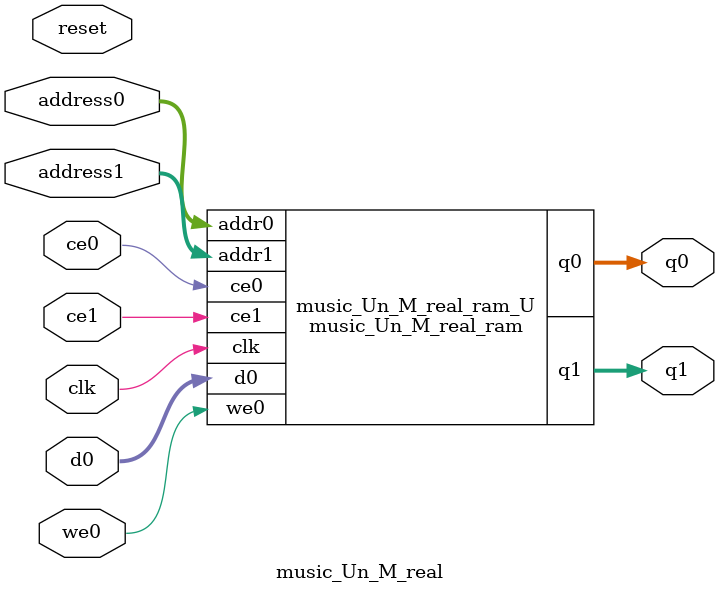
<source format=v>
`timescale 1 ns / 1 ps
module music_Un_M_real_ram (addr0, ce0, d0, we0, q0, addr1, ce1, q1,  clk);

parameter DWIDTH = 32;
parameter AWIDTH = 3;
parameter MEM_SIZE = 8;

input[AWIDTH-1:0] addr0;
input ce0;
input[DWIDTH-1:0] d0;
input we0;
output reg[DWIDTH-1:0] q0;
input[AWIDTH-1:0] addr1;
input ce1;
output reg[DWIDTH-1:0] q1;
input clk;

(* ram_style = "distributed" *)reg [DWIDTH-1:0] ram[0:MEM_SIZE-1];




always @(posedge clk)  
begin 
    if (ce0) 
    begin
        if (we0) 
        begin 
            ram[addr0] <= d0; 
        end 
        q0 <= ram[addr0];
    end
end


always @(posedge clk)  
begin 
    if (ce1) 
    begin
        q1 <= ram[addr1];
    end
end


endmodule

`timescale 1 ns / 1 ps
module music_Un_M_real(
    reset,
    clk,
    address0,
    ce0,
    we0,
    d0,
    q0,
    address1,
    ce1,
    q1);

parameter DataWidth = 32'd32;
parameter AddressRange = 32'd8;
parameter AddressWidth = 32'd3;
input reset;
input clk;
input[AddressWidth - 1:0] address0;
input ce0;
input we0;
input[DataWidth - 1:0] d0;
output[DataWidth - 1:0] q0;
input[AddressWidth - 1:0] address1;
input ce1;
output[DataWidth - 1:0] q1;



music_Un_M_real_ram music_Un_M_real_ram_U(
    .clk( clk ),
    .addr0( address0 ),
    .ce0( ce0 ),
    .we0( we0 ),
    .d0( d0 ),
    .q0( q0 ),
    .addr1( address1 ),
    .ce1( ce1 ),
    .q1( q1 ));

endmodule


</source>
